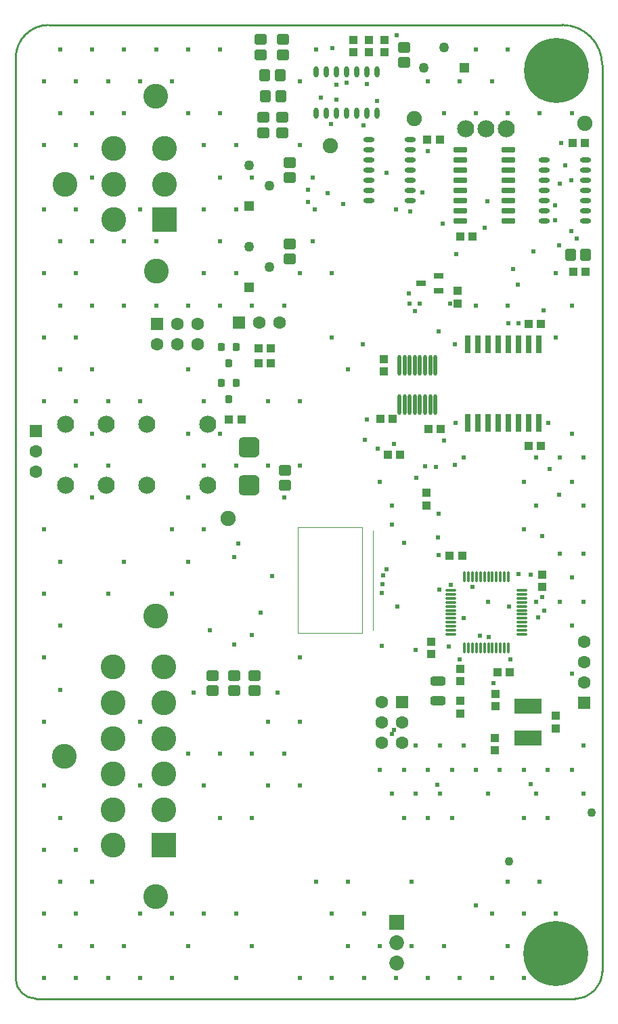
<source format=gts>
G04*
G04 #@! TF.GenerationSoftware,Altium Limited,Altium Designer,22.8.2 (66)*
G04*
G04 Layer_Color=8388736*
%FSLAX44Y44*%
%MOMM*%
G71*
G04*
G04 #@! TF.SameCoordinates,B0619A4A-581E-4249-BB79-A942B5E0D796*
G04*
G04*
G04 #@! TF.FilePolarity,Negative*
G04*
G01*
G75*
%ADD13C,0.2540*%
%ADD16C,0.0254*%
%ADD17C,0.0500*%
%ADD37R,1.0516X1.0516*%
%ADD38R,0.7016X2.3016*%
%ADD39O,0.4516X2.6516*%
G04:AMPARAMS|DCode=40|XSize=0.4mm|YSize=1.3mm|CornerRadius=0.125mm|HoleSize=0mm|Usage=FLASHONLY|Rotation=0.000|XOffset=0mm|YOffset=0mm|HoleType=Round|Shape=RoundedRectangle|*
%AMROUNDEDRECTD40*
21,1,0.4000,1.0500,0,0,0.0*
21,1,0.1500,1.3000,0,0,0.0*
1,1,0.2500,0.0750,-0.5250*
1,1,0.2500,-0.0750,-0.5250*
1,1,0.2500,-0.0750,0.5250*
1,1,0.2500,0.0750,0.5250*
%
%ADD40ROUNDEDRECTD40*%
%ADD41R,1.0516X1.0516*%
G04:AMPARAMS|DCode=42|XSize=1.2516mm|YSize=0.7016mm|CornerRadius=0.1258mm|HoleSize=0mm|Usage=FLASHONLY|Rotation=180.000|XOffset=0mm|YOffset=0mm|HoleType=Round|Shape=RoundedRectangle|*
%AMROUNDEDRECTD42*
21,1,1.2516,0.4500,0,0,180.0*
21,1,1.0000,0.7016,0,0,180.0*
1,1,0.2516,-0.5000,0.2250*
1,1,0.2516,0.5000,0.2250*
1,1,0.2516,0.5000,-0.2250*
1,1,0.2516,-0.5000,-0.2250*
%
%ADD42ROUNDEDRECTD42*%
G04:AMPARAMS|DCode=43|XSize=1.4016mm|YSize=1.6017mm|CornerRadius=0.3758mm|HoleSize=0mm|Usage=FLASHONLY|Rotation=90.000|XOffset=0mm|YOffset=0mm|HoleType=Round|Shape=RoundedRectangle|*
%AMROUNDEDRECTD43*
21,1,1.4016,0.8501,0,0,90.0*
21,1,0.6500,1.6017,0,0,90.0*
1,1,0.7516,0.4251,0.3250*
1,1,0.7516,0.4251,-0.3250*
1,1,0.7516,-0.4251,-0.3250*
1,1,0.7516,-0.4251,0.3250*
%
%ADD43ROUNDEDRECTD43*%
%ADD44C,1.9016*%
%ADD45O,0.6604X1.4224*%
%ADD46R,1.0516X1.1016*%
G04:AMPARAMS|DCode=47|XSize=1.4016mm|YSize=1.6017mm|CornerRadius=0.3758mm|HoleSize=0mm|Usage=FLASHONLY|Rotation=0.000|XOffset=0mm|YOffset=0mm|HoleType=Round|Shape=RoundedRectangle|*
%AMROUNDEDRECTD47*
21,1,1.4016,0.8501,0,0,0.0*
21,1,0.6500,1.6017,0,0,0.0*
1,1,0.7516,0.3250,-0.4251*
1,1,0.7516,-0.3250,-0.4251*
1,1,0.7516,-0.3250,0.4251*
1,1,0.7516,0.3250,0.4251*
%
%ADD47ROUNDEDRECTD47*%
%ADD48R,1.1016X1.0516*%
G04:AMPARAMS|DCode=49|XSize=0.9016mm|YSize=1.0016mm|CornerRadius=0.2508mm|HoleSize=0mm|Usage=FLASHONLY|Rotation=180.000|XOffset=0mm|YOffset=0mm|HoleType=Round|Shape=RoundedRectangle|*
%AMROUNDEDRECTD49*
21,1,0.9016,0.5000,0,0,180.0*
21,1,0.4000,1.0016,0,0,180.0*
1,1,0.5016,-0.2000,0.2500*
1,1,0.5016,0.2000,0.2500*
1,1,0.5016,0.2000,-0.2500*
1,1,0.5016,-0.2000,-0.2500*
%
%ADD49ROUNDEDRECTD49*%
G04:AMPARAMS|DCode=50|XSize=2.6016mm|YSize=2.6016mm|CornerRadius=0.6758mm|HoleSize=0mm|Usage=FLASHONLY|Rotation=270.000|XOffset=0mm|YOffset=0mm|HoleType=Round|Shape=RoundedRectangle|*
%AMROUNDEDRECTD50*
21,1,2.6016,1.2500,0,0,270.0*
21,1,1.2500,2.6016,0,0,270.0*
1,1,1.3516,-0.6250,-0.6250*
1,1,1.3516,-0.6250,0.6250*
1,1,1.3516,0.6250,0.6250*
1,1,1.3516,0.6250,-0.6250*
%
%ADD50ROUNDEDRECTD50*%
%ADD51O,1.4224X0.6604*%
G04:AMPARAMS|DCode=52|XSize=1.7016mm|YSize=0.6816mm|CornerRadius=0.1958mm|HoleSize=0mm|Usage=FLASHONLY|Rotation=180.000|XOffset=0mm|YOffset=0mm|HoleType=Round|Shape=RoundedRectangle|*
%AMROUNDEDRECTD52*
21,1,1.7016,0.2900,0,0,180.0*
21,1,1.3100,0.6816,0,0,180.0*
1,1,0.3916,-0.6550,0.1450*
1,1,0.3916,0.6550,0.1450*
1,1,0.3916,0.6550,-0.1450*
1,1,0.3916,-0.6550,-0.1450*
%
%ADD52ROUNDEDRECTD52*%
G04:AMPARAMS|DCode=53|XSize=1.9016mm|YSize=1.1016mm|CornerRadius=0.3008mm|HoleSize=0mm|Usage=FLASHONLY|Rotation=0.000|XOffset=0mm|YOffset=0mm|HoleType=Round|Shape=RoundedRectangle|*
%AMROUNDEDRECTD53*
21,1,1.9016,0.5000,0,0,0.0*
21,1,1.3000,1.1016,0,0,0.0*
1,1,0.6016,0.6500,-0.2500*
1,1,0.6016,-0.6500,-0.2500*
1,1,0.6016,-0.6500,0.2500*
1,1,0.6016,0.6500,0.2500*
%
%ADD53ROUNDEDRECTD53*%
%ADD54R,3.5016X1.8516*%
G04:AMPARAMS|DCode=55|XSize=0.4mm|YSize=1.3mm|CornerRadius=0.125mm|HoleSize=0mm|Usage=FLASHONLY|Rotation=90.000|XOffset=0mm|YOffset=0mm|HoleType=Round|Shape=RoundedRectangle|*
%AMROUNDEDRECTD55*
21,1,0.4000,1.0500,0,0,90.0*
21,1,0.1500,1.3000,0,0,90.0*
1,1,0.2500,0.5250,0.0750*
1,1,0.2500,0.5250,-0.0750*
1,1,0.2500,-0.5250,-0.0750*
1,1,0.2500,-0.5250,0.0750*
%
%ADD55ROUNDEDRECTD55*%
%ADD56C,3.1016*%
%ADD57R,3.1016X3.1016*%
%ADD58C,8.1016*%
%ADD59C,1.6016*%
%ADD60R,1.6016X1.6016*%
%ADD61R,1.6016X1.6016*%
%ADD62R,1.2566X1.2566*%
%ADD63C,1.2566*%
%ADD64R,1.2566X1.2566*%
%ADD65C,2.1336*%
%ADD66C,1.8516*%
%ADD67R,1.8516X1.8516*%
%ADD68C,0.6016*%
%ADD69C,1.1016*%
D13*
X700000Y0D02*
G03*
X733500Y33500I0J33500D01*
G01*
X0Y25000D02*
G03*
X25000Y0I25000J0D01*
G01*
X41400Y1216400D02*
G03*
X0Y1175000I0J-41400D01*
G01*
X733500Y1166500D02*
G03*
X683600Y1216400I-49900J0D01*
G01*
X0Y25000D02*
Y1175000D01*
X25000Y0D02*
X700000D01*
X733500Y33500D02*
Y1166500D01*
X41400Y1216400D02*
X683600D01*
D16*
X446547Y460248D02*
Y584454D01*
D17*
X353250Y588476D02*
X433145D01*
X353250Y456438D02*
Y588476D01*
Y456438D02*
X433145D01*
Y588476D01*
D37*
X516252Y711962D02*
D03*
X531752D02*
D03*
X465198Y679704D02*
D03*
X480698D02*
D03*
X282200Y723900D02*
D03*
X266700D02*
D03*
X303400Y812800D02*
D03*
X318900D02*
D03*
X303400Y793750D02*
D03*
X318900D02*
D03*
X696750Y1068500D02*
D03*
X712250D02*
D03*
D38*
X565050Y719500D02*
D03*
X577750D02*
D03*
X590450D02*
D03*
X603150D02*
D03*
X615850D02*
D03*
X628550D02*
D03*
X641250D02*
D03*
X653950D02*
D03*
X565050Y817500D02*
D03*
X577750D02*
D03*
X590450D02*
D03*
X603150D02*
D03*
X615850D02*
D03*
X628550D02*
D03*
X641250D02*
D03*
X653950D02*
D03*
D39*
X480012Y742326D02*
D03*
X492812D02*
D03*
X499212D02*
D03*
X505612D02*
D03*
X512012D02*
D03*
X518412D02*
D03*
X524812D02*
D03*
X480012Y791326D02*
D03*
X486412D02*
D03*
X492812D02*
D03*
X499212D02*
D03*
X505612D02*
D03*
X512012D02*
D03*
X518412D02*
D03*
X524812D02*
D03*
X486412Y742326D02*
D03*
D40*
X591220Y527100D02*
D03*
X561220Y438100D02*
D03*
X566220D02*
D03*
X571220D02*
D03*
X576220D02*
D03*
X581220D02*
D03*
X586220D02*
D03*
X591220D02*
D03*
X596220D02*
D03*
X601220D02*
D03*
X606220D02*
D03*
X611220D02*
D03*
X616220D02*
D03*
Y527100D02*
D03*
X611220D02*
D03*
X606220D02*
D03*
X601220D02*
D03*
X596220D02*
D03*
X586220D02*
D03*
X581220D02*
D03*
X576220D02*
D03*
X571220D02*
D03*
X566220D02*
D03*
X561220D02*
D03*
D41*
X552954Y868652D02*
D03*
Y884152D02*
D03*
X461000Y1197750D02*
D03*
Y1182250D02*
D03*
X442000Y1197750D02*
D03*
Y1182250D02*
D03*
X513588Y616328D02*
D03*
Y631828D02*
D03*
X675080Y353190D02*
D03*
Y337690D02*
D03*
D42*
X529011Y903152D02*
D03*
X507312Y893652D02*
D03*
X529011Y884152D02*
D03*
D43*
X272858Y403550D02*
D03*
Y384550D02*
D03*
X246118Y403550D02*
D03*
Y384550D02*
D03*
X298712D02*
D03*
Y403550D02*
D03*
X336558Y660349D02*
D03*
Y641350D02*
D03*
X342638Y1044670D02*
D03*
Y1025670D02*
D03*
Y943070D02*
D03*
Y924070D02*
D03*
X485362Y1169701D02*
D03*
Y1188700D02*
D03*
X334458Y1198340D02*
D03*
Y1179340D02*
D03*
X306518Y1198340D02*
D03*
Y1179340D02*
D03*
X333454Y1081994D02*
D03*
Y1100993D02*
D03*
X309582Y1081994D02*
D03*
Y1100993D02*
D03*
D44*
X265750Y600250D02*
D03*
X393700Y1065530D02*
D03*
X712250Y1093250D02*
D03*
X498500Y1099500D02*
D03*
D45*
X451560Y1106170D02*
D03*
X438860D02*
D03*
X426160D02*
D03*
X413460D02*
D03*
X400760D02*
D03*
X388060D02*
D03*
X375360D02*
D03*
Y1158170D02*
D03*
X388060D02*
D03*
X400760D02*
D03*
X413460D02*
D03*
X426160D02*
D03*
X438860D02*
D03*
X451560D02*
D03*
D46*
X555952Y952500D02*
D03*
X571452D02*
D03*
X657000Y690350D02*
D03*
X641500D02*
D03*
X657000Y842750D02*
D03*
X641500D02*
D03*
X471250Y724000D02*
D03*
X455750D02*
D03*
X712702Y908050D02*
D03*
X697203D02*
D03*
X514930Y1073150D02*
D03*
X530430D02*
D03*
X542870Y553720D02*
D03*
X558370D02*
D03*
X618060Y407670D02*
D03*
X602560D02*
D03*
D47*
X693703Y929378D02*
D03*
X712702D02*
D03*
X311620Y1153906D02*
D03*
X330619D02*
D03*
X312400Y1127498D02*
D03*
X331400D02*
D03*
D48*
X460750Y783576D02*
D03*
Y799076D02*
D03*
X422000Y1182250D02*
D03*
Y1197750D02*
D03*
X555750Y371750D02*
D03*
Y356250D02*
D03*
Y396500D02*
D03*
Y412000D02*
D03*
X600150Y365190D02*
D03*
Y380690D02*
D03*
X599626Y325690D02*
D03*
Y310190D02*
D03*
X519348Y430400D02*
D03*
Y445900D02*
D03*
X658092Y529720D02*
D03*
Y514220D02*
D03*
D49*
X266700Y793750D02*
D03*
X257200Y813750D02*
D03*
X276200D02*
D03*
X266700Y749300D02*
D03*
X257200Y769300D02*
D03*
X276200D02*
D03*
D50*
X291846Y641350D02*
D03*
Y688350D02*
D03*
D51*
X493400Y1073150D02*
D03*
Y1060450D02*
D03*
Y1047750D02*
D03*
Y1035050D02*
D03*
Y1022350D02*
D03*
Y1009650D02*
D03*
Y996950D02*
D03*
X441400D02*
D03*
Y1009650D02*
D03*
Y1022350D02*
D03*
Y1035050D02*
D03*
Y1047750D02*
D03*
Y1060450D02*
D03*
Y1073150D02*
D03*
X712702Y1047868D02*
D03*
Y1035167D02*
D03*
Y1022467D02*
D03*
Y1009768D02*
D03*
Y997067D02*
D03*
Y984368D02*
D03*
Y971667D02*
D03*
X660703D02*
D03*
Y984368D02*
D03*
Y997067D02*
D03*
Y1009768D02*
D03*
Y1022467D02*
D03*
Y1035167D02*
D03*
Y1047868D02*
D03*
D52*
X616253Y971667D02*
D03*
Y984368D02*
D03*
Y997067D02*
D03*
Y1009768D02*
D03*
Y1022467D02*
D03*
Y1035167D02*
D03*
Y1047868D02*
D03*
Y1060567D02*
D03*
X555952D02*
D03*
Y1047868D02*
D03*
Y1035167D02*
D03*
Y1022467D02*
D03*
Y1009768D02*
D03*
Y997067D02*
D03*
Y984368D02*
D03*
Y971667D02*
D03*
D53*
X527760Y396770D02*
D03*
Y371770D02*
D03*
D54*
X641010Y365190D02*
D03*
Y325690D02*
D03*
D55*
X633220Y455100D02*
D03*
Y460100D02*
D03*
Y465100D02*
D03*
Y470100D02*
D03*
Y475100D02*
D03*
Y480100D02*
D03*
Y485100D02*
D03*
Y490100D02*
D03*
Y495100D02*
D03*
Y500100D02*
D03*
Y505100D02*
D03*
Y510100D02*
D03*
X544220D02*
D03*
Y505100D02*
D03*
Y500100D02*
D03*
Y495100D02*
D03*
Y490100D02*
D03*
Y485100D02*
D03*
Y480100D02*
D03*
Y475100D02*
D03*
Y470100D02*
D03*
Y465100D02*
D03*
Y460100D02*
D03*
Y455100D02*
D03*
D56*
X60960Y302940D02*
D03*
X175260Y478340D02*
D03*
Y127540D02*
D03*
X185460Y236090D02*
D03*
Y280590D02*
D03*
Y325090D02*
D03*
Y369590D02*
D03*
Y414090D02*
D03*
X121960D02*
D03*
Y369590D02*
D03*
Y325090D02*
D03*
Y280590D02*
D03*
Y236090D02*
D03*
Y191590D02*
D03*
X61468Y1017524D02*
D03*
X175468Y1127024D02*
D03*
X175768Y908974D02*
D03*
X185968Y1017524D02*
D03*
Y1062024D02*
D03*
X122468D02*
D03*
Y1017524D02*
D03*
Y973024D02*
D03*
D57*
X185460Y191590D02*
D03*
X185968Y973024D02*
D03*
D58*
X676500Y1159750D02*
D03*
X675500Y56250D02*
D03*
D59*
X330200Y844550D02*
D03*
X304800D02*
D03*
X25400Y658622D02*
D03*
Y684022D02*
D03*
X177158Y817170D02*
D03*
X202558Y842570D02*
D03*
Y817170D02*
D03*
X227958Y842570D02*
D03*
Y817170D02*
D03*
X457910Y370840D02*
D03*
X483310Y345440D02*
D03*
X457910D02*
D03*
X483310Y320040D02*
D03*
X457910D02*
D03*
X710640Y445770D02*
D03*
Y420370D02*
D03*
Y394970D02*
D03*
D60*
X279400Y844550D02*
D03*
X177158Y842570D02*
D03*
D61*
X25400Y709422D02*
D03*
X483310Y370840D02*
D03*
X710640Y369570D02*
D03*
D62*
X561300Y1163300D02*
D03*
D63*
X535900Y1188700D02*
D03*
X510500Y1163300D02*
D03*
X317500Y1016000D02*
D03*
X292100Y1041400D02*
D03*
X317500Y914400D02*
D03*
X292100Y939800D02*
D03*
D64*
X292100Y990600D02*
D03*
X292100Y889000D02*
D03*
D65*
X113284Y641604D02*
D03*
X62484D02*
D03*
Y717804D02*
D03*
X113284D02*
D03*
X164084D02*
D03*
Y641604D02*
D03*
X240284D02*
D03*
Y717804D02*
D03*
X613288Y1086338D02*
D03*
X587888D02*
D03*
X562488D02*
D03*
D66*
X476250Y44450D02*
D03*
Y69850D02*
D03*
D67*
Y95250D02*
D03*
D68*
X695499Y706000D02*
D03*
X710499Y676000D02*
D03*
X695499Y646000D02*
D03*
X710499Y616000D02*
D03*
Y556000D02*
D03*
X695499Y526000D02*
D03*
X710499Y496000D02*
D03*
X695499Y466000D02*
D03*
Y406000D02*
D03*
X710499Y316000D02*
D03*
X695499Y286000D02*
D03*
X710499Y256000D02*
D03*
X680499Y676000D02*
D03*
Y556000D02*
D03*
Y496000D02*
D03*
X665499Y286000D02*
D03*
Y226000D02*
D03*
X650499Y676000D02*
D03*
X635499Y646000D02*
D03*
X650499Y616000D02*
D03*
X635499Y586000D02*
D03*
X650499Y496000D02*
D03*
X635499Y286000D02*
D03*
X650499Y256000D02*
D03*
X635499Y226000D02*
D03*
X605499Y286000D02*
D03*
X590499Y496000D02*
D03*
X575499Y286000D02*
D03*
X590499Y256000D02*
D03*
X560499Y676000D02*
D03*
Y316000D02*
D03*
X545499Y286000D02*
D03*
Y226000D02*
D03*
X530499Y316000D02*
D03*
X515499Y286000D02*
D03*
X530499Y256000D02*
D03*
X515499Y226000D02*
D03*
X500499Y436000D02*
D03*
Y316000D02*
D03*
X485499Y286000D02*
D03*
X500499Y256000D02*
D03*
X485499Y226000D02*
D03*
X455499Y646000D02*
D03*
X470499Y616000D02*
D03*
X455499Y286000D02*
D03*
X470499Y256000D02*
D03*
X695500Y1106000D02*
D03*
X675500Y906000D02*
D03*
X695500Y866000D02*
D03*
X675500Y826000D02*
D03*
Y106000D02*
D03*
X655500Y1106000D02*
D03*
Y146000D02*
D03*
X635500Y106000D02*
D03*
Y26000D02*
D03*
X615500Y1186000D02*
D03*
X595500Y1146000D02*
D03*
X615500Y1106000D02*
D03*
Y866000D02*
D03*
Y146000D02*
D03*
X595500Y106000D02*
D03*
X615500Y66000D02*
D03*
X595500Y26000D02*
D03*
X575500Y1186000D02*
D03*
X555500Y1146000D02*
D03*
X575500Y1106000D02*
D03*
Y866000D02*
D03*
X555500Y26000D02*
D03*
X515500Y1146000D02*
D03*
X535500Y1106000D02*
D03*
Y66000D02*
D03*
X515500Y26000D02*
D03*
X475500Y986000D02*
D03*
X495500Y146000D02*
D03*
Y66000D02*
D03*
X475500Y26000D02*
D03*
X435500Y106000D02*
D03*
X455500Y66000D02*
D03*
X435500Y26000D02*
D03*
X395500Y906000D02*
D03*
Y826000D02*
D03*
X415500Y786000D02*
D03*
Y146000D02*
D03*
X395500Y106000D02*
D03*
X415500Y66000D02*
D03*
X395500Y26000D02*
D03*
X375500Y1186000D02*
D03*
X355500Y1146000D02*
D03*
Y1066000D02*
D03*
Y906000D02*
D03*
Y746000D02*
D03*
Y666000D02*
D03*
Y426000D02*
D03*
Y346000D02*
D03*
Y266000D02*
D03*
X375500Y146000D02*
D03*
X355500Y26000D02*
D03*
X335500Y866000D02*
D03*
X315500Y746000D02*
D03*
Y666000D02*
D03*
X335500Y626000D02*
D03*
X315500Y346000D02*
D03*
X335500Y306000D02*
D03*
X315500Y266000D02*
D03*
X275500Y1066000D02*
D03*
X295500Y1026000D02*
D03*
X275500Y986000D02*
D03*
Y906000D02*
D03*
X295500Y866000D02*
D03*
X275500Y666000D02*
D03*
X295500Y306000D02*
D03*
Y226000D02*
D03*
X275500Y106000D02*
D03*
X295500Y66000D02*
D03*
X275500Y26000D02*
D03*
X255500Y1186000D02*
D03*
Y1106000D02*
D03*
X235500Y1066000D02*
D03*
X255500Y1026000D02*
D03*
X235500Y986000D02*
D03*
X255500Y946000D02*
D03*
X235500Y906000D02*
D03*
X255500Y866000D02*
D03*
X235500Y746000D02*
D03*
X255500Y706000D02*
D03*
X235500Y666000D02*
D03*
Y586000D02*
D03*
X255500Y306000D02*
D03*
X235500Y266000D02*
D03*
X255500Y226000D02*
D03*
X235500Y106000D02*
D03*
X215500Y1186000D02*
D03*
X195500Y1146000D02*
D03*
X215500Y1106000D02*
D03*
Y866000D02*
D03*
Y786000D02*
D03*
Y706000D02*
D03*
Y626000D02*
D03*
X195500Y586000D02*
D03*
X215500Y546000D02*
D03*
X195500Y506000D02*
D03*
X215500Y306000D02*
D03*
X195500Y106000D02*
D03*
X215500Y66000D02*
D03*
X195500Y26000D02*
D03*
X175500Y1186000D02*
D03*
X155500Y1146000D02*
D03*
Y986000D02*
D03*
X175500Y946000D02*
D03*
Y866000D02*
D03*
X155500Y746000D02*
D03*
Y346000D02*
D03*
Y266000D02*
D03*
Y106000D02*
D03*
Y26000D02*
D03*
X135500Y1186000D02*
D03*
X115500Y1146000D02*
D03*
X135500Y1106000D02*
D03*
Y946000D02*
D03*
Y866000D02*
D03*
X115500Y746000D02*
D03*
Y666000D02*
D03*
X135500Y546000D02*
D03*
X115500Y506000D02*
D03*
X135500Y66000D02*
D03*
X115500Y26000D02*
D03*
X95500Y1186000D02*
D03*
X75500Y1146000D02*
D03*
X95500Y1106000D02*
D03*
X75500Y1066000D02*
D03*
X95500Y1026000D02*
D03*
X75500Y986000D02*
D03*
X95500Y946000D02*
D03*
X75500Y906000D02*
D03*
X95500Y866000D02*
D03*
X75500Y826000D02*
D03*
X95500Y786000D02*
D03*
X75500Y746000D02*
D03*
X95500Y706000D02*
D03*
X75500Y666000D02*
D03*
X95500Y626000D02*
D03*
X75500Y186000D02*
D03*
X95500Y146000D02*
D03*
X75500Y106000D02*
D03*
X95500Y66000D02*
D03*
X75500Y26000D02*
D03*
X55500Y1186000D02*
D03*
X35500Y1146000D02*
D03*
X55500Y1106000D02*
D03*
X35500Y1066000D02*
D03*
Y986000D02*
D03*
X55500Y946000D02*
D03*
X35500Y906000D02*
D03*
X55500Y866000D02*
D03*
X35500Y826000D02*
D03*
X55500Y786000D02*
D03*
X35500Y746000D02*
D03*
Y586000D02*
D03*
X55500Y546000D02*
D03*
X35500Y506000D02*
D03*
X55500Y466000D02*
D03*
X35500Y426000D02*
D03*
X55500Y386000D02*
D03*
X35500Y346000D02*
D03*
Y266000D02*
D03*
X55500Y226000D02*
D03*
X35500Y186000D02*
D03*
X55500Y146000D02*
D03*
X35500Y106000D02*
D03*
X55500Y66000D02*
D03*
X35500Y26000D02*
D03*
X458405Y517936D02*
D03*
X550672Y930148D02*
D03*
X390398Y1006348D02*
D03*
X365760Y1010920D02*
D03*
X464058Y1031370D02*
D03*
X374403Y986003D02*
D03*
X485902Y569468D02*
D03*
X528574Y605536D02*
D03*
X452628Y687070D02*
D03*
X528850Y833718D02*
D03*
X470343Y591853D02*
D03*
X473289Y692911D02*
D03*
X525526Y664464D02*
D03*
X511810Y664718D02*
D03*
X501396Y651002D02*
D03*
X548894Y667004D02*
D03*
X529690Y510943D02*
D03*
X409702Y993140D02*
D03*
X491744Y880618D02*
D03*
X492812Y868223D02*
D03*
X499212Y859258D02*
D03*
X543163Y868652D02*
D03*
X505612Y868223D02*
D03*
X365252Y995426D02*
D03*
X371330Y1025670D02*
D03*
X549402Y817626D02*
D03*
X586740Y962914D02*
D03*
X701802Y949706D02*
D03*
X679450Y940816D02*
D03*
X694593Y959261D02*
D03*
X653796Y476504D02*
D03*
X463550Y536448D02*
D03*
X555752Y1008634D02*
D03*
X680466Y1017778D02*
D03*
X674878Y990854D02*
D03*
Y972566D02*
D03*
X434848Y1090930D02*
D03*
X658114Y501904D02*
D03*
X438912Y723646D02*
D03*
X549910Y719582D02*
D03*
X472997Y335999D02*
D03*
X470497Y330999D02*
D03*
X528066Y576580D02*
D03*
X457498Y506774D02*
D03*
X477266Y489458D02*
D03*
X273558Y551434D02*
D03*
X327612Y382394D02*
D03*
X222076Y382350D02*
D03*
X242824Y460248D02*
D03*
X320548Y528320D02*
D03*
X580270Y453673D02*
D03*
X560070Y475234D02*
D03*
X459486Y528828D02*
D03*
X458208Y440428D02*
D03*
X295148Y454152D02*
D03*
X272988Y442099D02*
D03*
X306685Y481880D02*
D03*
X278250Y568500D02*
D03*
X628396Y892302D02*
D03*
X535686Y696976D02*
D03*
X436626Y698000D02*
D03*
X660400Y859790D02*
D03*
X628650Y530860D02*
D03*
X679450Y629920D02*
D03*
X668020Y661670D02*
D03*
X527207Y266857D02*
D03*
X476250Y1203960D02*
D03*
X396240Y1187450D02*
D03*
X451560Y1121410D02*
D03*
X438860Y1142290D02*
D03*
X493400Y983610D02*
D03*
X617340Y490100D02*
D03*
X643890Y267970D02*
D03*
X591250Y451750D02*
D03*
X618490Y424180D02*
D03*
X597500Y394250D02*
D03*
X660850Y485100D02*
D03*
X666500Y719500D02*
D03*
X434250Y817750D02*
D03*
X575564Y116198D02*
D03*
X529000Y553750D02*
D03*
X555500Y424000D02*
D03*
X571250Y514250D02*
D03*
X544250Y517250D02*
D03*
X541274Y439674D02*
D03*
X658750Y578250D02*
D03*
X644000Y529750D02*
D03*
X534250Y968250D02*
D03*
X687500Y1040750D02*
D03*
X515000Y1058750D02*
D03*
X394000Y1092250D02*
D03*
X413460Y1144210D02*
D03*
X400760Y1123240D02*
D03*
X381250Y1126000D02*
D03*
X400750Y1142000D02*
D03*
X622000Y911500D02*
D03*
X647396Y933080D02*
D03*
X628550Y843650D02*
D03*
X615850D02*
D03*
X371750Y946500D02*
D03*
X508500Y1006750D02*
D03*
X589500Y996500D02*
D03*
X682467Y1068532D02*
D03*
X694750Y1022500D02*
D03*
D69*
X720090Y232410D02*
D03*
X617250Y171450D02*
D03*
M02*

</source>
